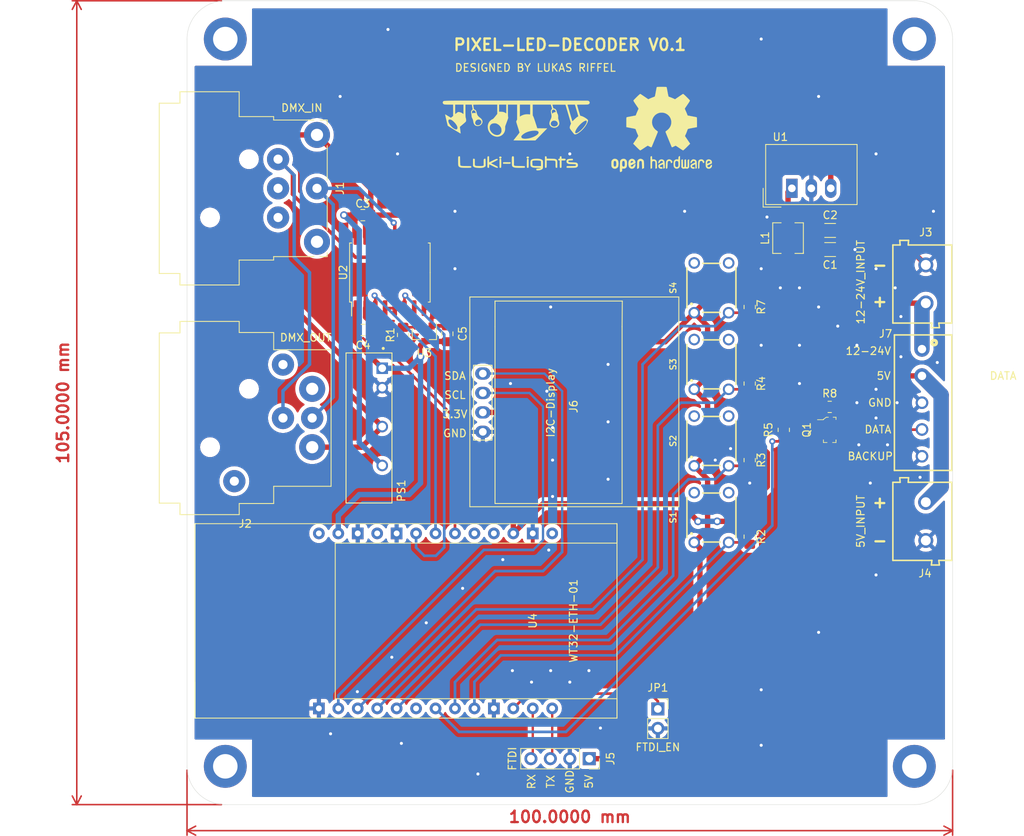
<source format=kicad_pcb>
(kicad_pcb (version 20211014) (generator pcbnew)
  (layers (0 "F.Cu" signal) (31 "B.Cu" signal) (34 "B.Paste" user) (35 "F.Paste" user) (36 "B.SilkS" user "B.Silkscreen") (37 "F.SilkS" user "F.Silkscreen") (38 "B.Mask" user) (39 "F.Mask" user) (44 "Edge.Cuts" user))
  (net 0 "")
  (net 1 "+12V")
  (net 2 "GND")
  (net 3 "Net-(C2-Pad2)")
  (net 4 "GND2")
  (net 5 "+5VD")
  (net 6 "+5V")
  (net 9 "/-DMX")
  (net 10 "/+DMX")
  (net 13 "/TX_FTDI")
  (net 14 "/RX_FTDI")
  (net 15 "+3V3")
  (net 16 "/SDA")
  (net 17 "/SCL")
  (net 18 "/DATA_LED")
  (net 19 "/EN_FTDI")
  (net 20 "/Power_Valid")
  (net 21 "SW_1")
  (net 22 "SW_2")
  (net 23 "SW_3")
  (net 24 "SW_4")
  (net 33 "/RX_485")
  (net 34 "/EN_485")
  (net 35 "/TX_485")
  (footprint "Capacitor_SMD:C_1206_3216Metric_Pad1.33x1.80mm_HandSolder" (layer "F.Cu") (at 184.00625 85 180)
    (fp_text reference "C2")
    (fp_text value "10uF")
  )
  (footprint "Capacitor_SMD:C_0805_2012Metric_Pad1.18x1.45mm_HandSolder" (layer "F.Cu") (at 122.9625 83 180)
    (fp_text reference "C3")
    (fp_text value "100nF")
  )
  (footprint "Capacitor_SMD:C_0805_2012Metric_Pad1.18x1.45mm_HandSolder" (layer "F.Cu") (at 123 98 180)
    (fp_text reference "C4")
    (fp_text value "100nF")
  )
  (footprint "Capacitor_SMD:C_0805_2012Metric_Pad1.18x1.45mm_HandSolder" (layer "F.Cu") (at 134 98.5 90)
    (fp_text reference "C5")
    (fp_text value "100nF")
  )
  (footprint "Connector_PinSocket_2.54mm:PinSocket_1x04_P2.54mm_Vertical" (layer "F.Cu") (at 152.54 154 -90)
    (fp_text reference "J5")
    (fp_text value "FTDI")
  )
  (footprint "Connector_PinSocket_2.54mm:PinSocket_1x02_P2.54mm_Vertical" (layer "F.Cu") (at 161.5 147.5)
    (fp_text reference "JP1")
    (fp_text value "FTDI_EN")
  )
  (footprint "WT32_ETH01:TCK-141" (layer "F.Cu") (at 178.50625 86 -90)
    (fp_text reference "L1")
    (fp_text value "5,6uH TCK141")
  )
  (footprint "Converter_DCDC:CONV_REE-0505S" (layer "F.Cu") (at 125.5 103 -90)
    (fp_text reference "PS1")
    (fp_text value "REE-0505S")
  )
  (footprint "Resistor_SMD:R_0805_2012Metric_Pad1.20x1.40mm_HandSolder" (layer "F.Cu") (at 128.2192 98.6536 90)
    (fp_text reference "R1")
    (fp_text value "100K")
  )
  (footprint "Resistor_SMD:R_0805_2012Metric_Pad1.20x1.40mm_HandSolder" (layer "F.Cu") (at 173.5 125 -90)
    (fp_text reference "R2")
    (fp_text value "10K")
  )
  (footprint "Resistor_SMD:R_0805_2012Metric_Pad1.20x1.40mm_HandSolder" (layer "F.Cu") (at 173.5 115 -90)
    (fp_text reference "R3")
    (fp_text value "10K")
  )
  (footprint "Resistor_SMD:R_0805_2012Metric_Pad1.20x1.40mm_HandSolder" (layer "F.Cu") (at 173.5 105 -90)
    (fp_text reference "R4")
    (fp_text value "10K")
  )
  (footprint "Resistor_SMD:R_0805_2012Metric_Pad1.20x1.40mm_HandSolder" (layer "F.Cu") (at 177.95 111.05 90)
    (fp_text reference "R5")
    (fp_text value "10K")
  )
  (footprint "Resistor_SMD:R_0805_2012Metric_Pad1.20x1.40mm_HandSolder" (layer "F.Cu") (at 183.95 108.05 180)
    (fp_text reference "R8")
    (fp_text value "10K")
  )
  (footprint "Converter_DCDC:Converter_DCDC_TRACO_TSR-1_THT" (layer "F.Cu") (at 179.00625 79.5)
    (fp_text reference "U1")
    (fp_text value "TSR_1-2450")
  )
  (footprint "Package_TO_SOT_SMD:SOT-23" (layer "F.Cu") (at 131 98.5 -90)
    (fp_text reference "U3")
    (fp_text value "LM809")
  )
  (footprint "Connector_Audio:Jack_XLR_Neutrik_NC5MBH-B_Horizontal" (layer "F.Cu") (at 96.5 90.5 -90)
    (fp_text reference "J1")
    (fp_text value "DMX_IN")
  )
  (footprint "WT32_ETH01:WT32_ETH01" (layer "F.Cu") (at 96.5 144 -90)
    (fp_text reference "U4")
    (fp_text value "WT32-ETH-01")
  )
  (footprint "Connector_Audio:Jack_XLR_Neutrik_NC5FBH-B_Horizontal" (layer "F.Cu") (at 96.5 120.5 180)
    (fp_text reference "J2")
    (fp_text value "DMX_OUT")
  )
  (footprint "Capacitor_SMD:C_1206_3216Metric_Pad1.33x1.80mm_HandSolder" (layer "F.Cu") (at 184.00625 87.5 180)
    (fp_text reference "C1")
    (fp_text value "10uF")
  )
  (footprint "SSD1306:128x64OLED" (layer "F.Cu") (at 150 107.5 90)
    (fp_text reference "J6")
    (fp_text value "I2C-Display")
  )
  (footprint "Button_Switch_THT:WE_4301X60957X6" (layer "F.Cu") (at 168.5 112.5 90)
    (fp_text reference "S2")
    (fp_text value "430156095726")
  )
  (footprint "Button_Switch_THT:WE_4301X60957X6" (layer "F.Cu") (at 168.5 92.5 90)
    (fp_text reference "S4")
    (fp_text value "430156095726")
  )
  (footprint "Button_Switch_THT:WE_4301X60957X6" (layer "F.Cu") (at 168.5 122.5 90)
    (fp_text reference "S1")
    (fp_text value "430156095726")
  )
  (footprint "Button_Switch_THT:WE_4301X60957X6" (layer "F.Cu") (at 168.5 102.5 90)
    (fp_text reference "S3")
    (fp_text value "430156095726")
  )
  (footprint "TerminalBlock_Wuerth:691102710002" (layer "F.Cu") (at 196.5 92 90)
    (fp_text reference "J3")
    (fp_text value "12V INPUT")
  )
  (footprint "TerminalBlock_Wuerth:691243110005" (layer "F.Cu") (at 196 107.5 -90)
    (fp_text reference "J7")
    (fp_text value "LED-Stripe")
  )
  (footprint "Package_SO:SOIC-16W_7.5x10.3mm_P1.27mm" (layer "F.Cu") (at 126.5 90.5 90)
    (fp_text reference "U2")
    (fp_text value "ADM2483xRW")
  )
  (footprint "TerminalBlock_Wuerth:691102710002" (layer "F.Cu") (at 196.5 123 90)
    (fp_text reference "J4")
    (fp_text value "5V INPUT")
  )
  (footprint "Resistor_SMD:R_0805_2012Metric_Pad1.20x1.40mm_HandSolder" (layer "F.Cu") (at 173.5 95 -90)
    (fp_text reference "R7")
    (fp_text value "10K")
  )
  (footprint "digikey-footprints:SOT-23-3" (layer "F.Cu") (at 183.95 111.05)
    (fp_text reference "Q1")
    (fp_text value "BSS138")
  )
  (footprint "MountingHole:MountingHole_3.2mm_M3_DIN965_Pad" (layer "F.Cu") (at 105 60)
    (fp_text reference "REF**")
    (fp_text value "MountingHole_3.2mm_M3_DIN965_Pad")
  )
  (footprint "MountingHole:MountingHole_3.2mm_M3_DIN965_Pad" (layer "F.Cu") (at 195 60)
    (fp_text reference "REF**")
    (fp_text value "MountingHole_3.2mm_M3_DIN965_Pad")
  )
  (footprint "MountingHole:MountingHole_3.2mm_M3_DIN965_Pad" (layer "F.Cu") (at 195 155)
    (fp_text reference "REF**")
    (fp_text value "MountingHole_3.2mm_M3_DIN965_Pad")
  )
  (footprint "MountingHole:MountingHole_3.2mm_M3_DIN965_Pad" (layer "F.Cu") (at 105 155)
    (fp_text reference "REF**" hide)
    (fp_text value "MountingHole_3.2mm_M3_DIN965_Pad")
  )
  (footprint "Luki_Lights:Luki-Lights" (layer "F.Cu") (at 143.044458 72.984264)
    (fp_text reference "G***" hide)
    (fp_text value "LOGO" hide)
  )
  (footprint "Symbol:OSHW-Logo2_14.6x12mm_SilkScreen" (layer "F.Cu") (at 162 71.8)
    (fp_text reference "REF**" hide)
    (fp_text value "OSHW-Logo2_14.6x12mm_SilkScreen" hide)
  )
  (gr_arc (start 105 160) (mid 101.464466 158.535534) (end 100 155) (layer "Edge.Cuts") (width 0.05))
  (gr_line (start 200 60) (end 200 155) (layer "Edge.Cuts") (width 0.05))
  (gr_arc (start 100 60) (mid 101.464466 56.464466) (end 105 55) (layer "Edge.Cuts") (width 0.05))
  (gr_line (start 195 160) (end 105 160) (layer "Edge.Cuts") (width 0.05))
  (gr_arc (start 195 55) (mid 198.535534 56.464466) (end 200 60) (layer "Edge.Cuts") (width 0.05))
  (gr_line (start 100 155) (end 100 60) (layer "Edge.Cuts") (width 0.05))
  (gr_line (start 105 55) (end 195 55) (layer "Edge.Cuts") (width 0.05))
  (gr_arc (start 200 155) (mid 198.535534 158.535534) (end 195 160) (layer "Edge.Cuts") (width 0.05))
  (gr_text "GND" (at 135 111.5) (layer "F.SilkS") (effects (font (size 1 1))))
  (gr_text "-" (at 190.5 125.5) (layer "F.SilkS") (effects (font (size 1.5 1.5) (thickness 0.3))))
  (gr_text "-" (at 190.5 89.5) (layer "F.SilkS") (effects (font (size 1.5 1.5) (thickness 0.3))))
  (gr_text "RX" (at 145 157 90) (layer "F.SilkS") (effects (font (size 1 1))))
  (gr_text "12-24V" (at 189 100.75) (layer "F.SilkS") (effects (font (size 1 1))))
  (gr_text "SDA" (at 135 104) (layer "F.SilkS") (effects (font (size 1 1))))
  (gr_text "DMX_OUT" (at 115.5 99) (layer "F.SilkS") (effects (font (size 1 1))))
  (gr_text "DESIGNED BY LUKAS RIFFEL" (at 145.5 63.75) (layer "F.SilkS") (effects (font (size 1 1))))
  (gr_text "5V" (at 152.5 157 90) (layer "F.SilkS") (effects (font (size 1 1))))
  (gr_text "12-24V_INPUT" (at 188 91.75 90) (layer "F.SilkS") (effects (font (size 1 1))))
  (gr_text "5V" (at 191 104) (layer "F.SilkS") (effects (font (size 1 1))))
  (gr_text "3.3V" (at 135 109) (layer "F.SilkS") (effects (font (size 1 1))))
  (gr_text "TX" (at 147.5 157 90) (layer "F.SilkS") (effects (font (size 1 1))))
  (gr_text "PIXEL-LED-DECODER V0.1" (at 150 60.75) (layer "F.SilkS") (effects (font (size 1.5 1.5) (thickness 0.3))))
  (gr_text "+" (at 190.5 94.25) (layer "F.SilkS") (effects (font (size 1.5 1.5) (thickness 0.3))))
  (gr_text "BACKUP" (at 189.25 114.5) (layer "F.SilkS") (effects (font (size 1 1))))
  (gr_text "FTDI" (at 142.5 154 90) (layer "F.SilkS") (effects (font (size 1 1))))
  (gr_text "GND" (at 150 157 90) (layer "F.SilkS") (effects (font (size 1 1))))
  (gr_text "GND" (at 190.5 107.5) (layer "F.SilkS") (effects (font (size 1 1))))
  (gr_text "+" (at 190.5 120.5) (layer "F.SilkS") (effects (font (size 1.5 1.5) (thickness 0.3))))
  (gr_text "DATA" (at 206.6 104) (layer "F.SilkS") (effects (font (size 1 1))))
  (gr_text "DATA" (at 190.25 111) (layer "F.SilkS") (effects (font (size 1 1))))
  (gr_text "SCL" (at 135 106.5) (layer "F.SilkS") (effects (font (size 1 1))))
  (gr_text "DMX_IN" (at 115 69) (layer "F.SilkS") (effects (font (size 1 1))))
  (gr_text "5V_INPUT" (at 188 123 90) (layer "F.SilkS") (effects (font (size 1 1))))
  (gr_text "FTDI_EN" (at 161.5 152.5) (layer "F.SilkS") (effects (font (size 1 1))))
  (dimension (type aligned) (layer "F.Cu") (pts (xy 105 160) (xy 105 55)) (height -19.4) (gr_text "105,0000 mm" (at 83.8 107.5 90) (layer "F.Cu") (effects (font (size 1.5 1.5) (thickness 0.3)))) (format (units 3) (units_format 1) (precision 4)) (style (thickness 0.2) (arrow_length 1.27) (text_position_mode 0) (extension_height 0.58642) (extension_offset 0.5) keep_text_aligned))
  (dimension (type aligned) (layer "F.Cu") (pts (xy 100 155) (xy 200 155)) (height 8.4) (gr_text "100,0000 mm" (at 150 161.6) (layer "F.Cu") (effects (font (size 1.5 1.5) (thickness 0.3)))) (format (units 3) (units_format 1) (precision 4)) (style (thickness 0.2) (arrow_length 1.27) (text_position_mode 0) (extension_height 0.58642) (extension_offset 0.5) keep_text_aligned))
  (segment (start 182.44375 88.9375) (end 184.50625 91) (width 0.7) (layer "F.Cu") (net 1))
  (segment (start 196 100.5) (end 196 95) (width 2) (layer "F.Cu") (net 1))
  (segment (start 180.95625 88.05) (end 178.50625 88.05) (width 0.7) (layer "F.Cu") (net 1))
  (segment (start 185 91) (end 184.50625 91) (width 0.7) (layer "F.Cu") (net 1))
  (segment (start 182.44375 87.5) (end 182.44375 88.9375) (width 0.7) (layer "F.Cu") (net 1))
  (segment (start 181.50625 87.5) (end 180.95625 88.05) (width 0.7) (layer "F.Cu") (net 1))
  (segment (start 188.5 94.5) (end 185 91) (width 0.7) (layer "F.Cu") (net 1))
  (segment (start 196 95) (end 196.5 94.5) (width 2) (layer "F.Cu") (net 1))
  (segment (start 182.44375 87.5) (end 181.50625 87.5) (width 0.7) (layer "F.Cu") (net 1))
  (segment (start 188.5 94.5) (end 196.5 94.5) (width 0.7) (layer "F.Cu") (net 1))
  (segment (start 196 100.5) (end 196 95) (width 2) (layer "B.Cu") (net 1))
  (segment (start 196 95) (end 196.5 94.5) (width 2) (layer "B.Cu") (net 1))
  (segment (start 185.56875 85) (end 192 85) (width 0.7) (layer "F.Cu") (net 2))
  (segment (start 123.325 95.15) (end 123.325 96.325) (width 0.7) (layer "F.Cu") (net 2))
  (segment (start 124.25 97.7875) (end 124.0375 98) (width 0.7) (layer "F.Cu") (net 2))
  (segment (start 124.25 97.25) (end 124.25 97.7875) (width 0.7) (layer "F.Cu") (net 2))
  (segment (start 192 85) (end 196.5 89.5) (width 0.7) (layer "F.Cu") (net 2))
  (segment (start 123.325 96.325) (end 124.25 97.25) (width 0.7) (layer "F.Cu") (net 2))
  (segment (start 185.56875 85) (end 185.56875 87.5) (width 0.7) (layer "F.Cu") (net 2))
  (via (at 182.5 137.5) (size 0.8) (drill 0.4) (layers "F.Cu" "B.Cu") (net 2))
  (via (at 190 105.75) (size 0.8) (drill 0.4) (layers "F.Cu" "B.Cu") (net 2))
  (via (at 135 82.5) (size 0.8) (drill 0.4) (layers "F.Cu" "B.Cu") (net 2))
  (via (at 177.5 92.5) (size 0.8) (drill 0.4) (layers "F.Cu" "B.Cu") (net 2))
  (via (at 147.75 115) (size 0.8) (drill 0.4) (layers "F.Cu" "B.Cu") (net 2))
  (via (at 175 100) (size 0.8) (drill 0.4) (layers "F.Cu" "B.Cu") (net 2))
  (via (at 155 102.5) (size 0.8) (drill 0.4) (layers "F.Cu" "B.Cu") (net 2))
  (via (at 150 144) (size 0.8) (drill 0.4) (layers "F.Cu" "B.Cu") (net 2))
  (via (at 122.25 145.25) (size 0.8) (drill 0.4) (layers "F.Cu" "B.Cu") (net 2))
  (via (at 191.5 113) (size 0.8) (drill 0.4) (layers "F.Cu" "B.Cu") (net 2))
  (via (at 175 90) (size 0.8) (drill 0.4) (layers "F.Cu" "B.Cu") (net 2))
  (via (at 175.75625 83.25) (size 0.8) (drill 0.4) (layers "F.Cu" "B.Cu") (net 2))
  (via (at 187.5 100) (size 0.8) (drill 0.4) (layers "F.Cu" "B.Cu") (net 2))
  (via (at 175 152.25) (size 0.8) (drill 0.4) (layers "F.Cu" "B.Cu") (net 2))
  (via (at 136 131.75) (size 0.8) (drill 0.4) (layers "F.Cu" "B.Cu") (net 2))
  (via (at 190 109.5) (size 0.8) (drill 0.4) (layers "F.Cu" "B.Cu") (net 2))
  (via (at 128 152) (size 0.8) (drill 0.4) (layers "F.Cu" "B.Cu") (net 2))
  (via (at 190 75) (size 0.8) (drill 0.4) (layers "F.Cu" "B.Cu") (net 2))
  (via (at 187.75 113) (size 0.8) (drill 0.4) (layers "F.Cu" "B.Cu") (net 2))
  (via (at 150 75) (size 0.8) (drill 0.4) (layers "F.Cu" "B.Cu") (net 2))
  (via (at 192.75 107.5) (size 0.8) (drill 0.4) (layers "F.Cu" "B.Cu") (net 2))
  (via (at 135 90) (size 0.8) (drill 0.4) (layers "F.Cu" "B.Cu") (net 2))
  (via (at 173.5 118) (size 0.8) (drill 0.4) (layers "F.Cu" "B.Cu") (net 2))
  (via (at 126.75 140.75) (size 0.8) (drill 0.4) (layers "F.Cu" "B.Cu") (net 2))
  (via (at 138 156) (size 0.8) (drill 0.4) (layers "F.Cu" "B.Cu") (net 2))
  (via (at 154 150) (size 0.8) (drill 0.4) (layers "F.Cu" "B.Cu") (net 2))
  (via (at 175 145) (size 0.8) (drill 0.4) (layers "F.Cu" "B.Cu") (net 2))
  (via (at 195.75 117.25) (size 0.8) (drill 0.4) (layers "F.Cu" "B.Cu") (net 2))
  (via (at 175 60) (size 0.8) (drill 0.4) (layers "F.Cu" "B.Cu") (net 2))
  (via (at 142.25 105) (size 0.8) (drill 0.4) (layers "F.Cu" "B.Cu") (net 2))
  (via (at 180 105) (size 0.8) (drill 0.4) (layers "F.Cu" "B.Cu") (net 2))
  (via (at 142.5 142.5) (size 0.8) (drill 0.4) (layers "F.Cu" "B.Cu") (net 2))
  (via (at 197.5 82.5) (size 0.8) (drill 0.4) (layers "F.Cu" "B.Cu") (net 2))
  (via (at 118.75 150.75) (size 0.8) (drill 0.4) (layers "F.Cu" "B.Cu") (net 2))
  (via (at 198 102.25) (size 0.8) (drill 0.4) (layers "F.Cu" "B.Cu") (net 2))
  (via (at 131.25 136.25) (size 0.8) (drill 0.4) (layers "F.Cu" "B.Cu") (net 2))
  (via (at 190 90) (size 0.8) (drill 0.4) (layers "F.Cu" "B.Cu") (net 2))
  (via (at 187.5 107.5) (size 0.8) (drill 0.4) (layers "F.Cu" "B.Cu") (net 2))
  (via (at 147.75 119.75) (size 0.8) (drill 0.4) (layers "F.Cu" "B.Cu") (net 2))
  (via (at 155 110) (size 0.8) (drill 0.4) (layers "F.Cu" "B.Cu") (net 2))
  (via (at 147.25 126.75) (size 0.8) (drill 0.4) (layers "F.Cu" "B.Cu") (net 2))
  (via (at 169 115) (size 0.8) (drill 0.4) (layers "F.Cu" "B.Cu") (net 2))
  (via (at 180 100) (size 0.8) (drill 0.4) (layers "F.Cu" "B.Cu") (net 2))
  (via (at 147.5 95) (size 0.8) (drill 0.4) (layers "F.Cu" "B.Cu") (net 2))
  (via (at 180 92.5) (size 0.8) (drill 0.4) (layers "F.Cu" "B.Cu") (net 2))
  (via (at 165 82.5) (size 0.8) (drill 0.4) (layers "F.Cu" "B.Cu") (net 2))
  (via (at 182.5 67.5) (size 0.8) (drill 0.4) (layers "F.Cu" "B.Cu") (net 2))
  (via (at 190 130) (size 0.8) (drill 0.4) (layers "F.Cu" "B.Cu") (net 2))
  (via (at 145 144) (size 0.8) (drill 0.4) (layers "F.Cu" "B.Cu") (net 2))
  (via (at 127.5 75) (size 0.8) (drill 0.4) (layers "F.Cu" "B.Cu") (net 2))
  (via (at 193.25 96.25) (size 0.8) (drill 0.4) (layers "F.Cu" "B.Cu") (net 2))
  (via (at 147.5 142.5) (size 0.8) (drill 0.4) (layers "F.Cu" "B.Cu") (net 2))
  (via (at 182.5 95) (size 0.8) (drill 0.4) (layers "F.Cu" "B.Cu") (net 2))
  (via (at 155 117.5) (size 0.8) (drill 0.4) (layers "F.Cu" "B.Cu") (net 2))
  (via (at 141.25 128) (size 0.8) (drill 0.4) (layers "F.Cu" "B.Cu") (net 2))
  (via (at 120 67.5) (size 0.8) (drill 0.4) (layers "F.Cu" "B.Cu") (net 2))
  (via (at 185 97.5) (size 0.8) (drill 0.4) (layers "F.Cu" "B.Cu") (net 2))
  (via (at 192.5 92.5) (size 0.8) (drill 0.4) (layers "F.Cu" "B.Cu") (net 2))
  (via (at 152.5 142.5) (size 0.8) (drill 0.4) (layers "F.Cu" "B.Cu") (net 2))
  (via (at 171 113.5) (size 0.8) (drill 0.4) (layers "F.Cu" "B.Cu") (net 2))
  (via (at 147 106) (size 0.8) (drill 0.4) (layers "F.Cu" "B.Cu") (net 2))
  (via (at 147.75 110.75) (size 0.8) (drill 0.4) (layers "F.Cu" "B.Cu") (net 2))
  (via (at 189.25 118) (size 0.8) (drill 0.4) (layers "F.Cu" "B.Cu") (net 2))
  (via (at 187.25 87.5) (size 0.8) (drill 0.4) (layers "F.Cu" "B.Cu") (net 2))
  (via (at 126.25 58.75) (size 0.8) (drill 0.4) (layers "F.Cu" "B.Cu") (net 2))
  (via (at 193.25 101.5) (size 0.8) (drill 0.4) (layers "F.Cu" "B.Cu") (net 2))
  (segment (start 179.55625 85) (end 178.50625 83.95) (width 0.7) (layer "F.Cu") (net 3))
  (segment (start 178.50625 83.95) (end 178.50625 80) (width 0.7) (layer "F.Cu") (net 3))
  (segment (start 178.50625 80) (end 179.00625 79.5) (width 0.7) (layer "F.Cu") (net 3))
  (segment (start 182.44375 85) (end 179.55625 85) (width 0.7) (layer "F.Cu") (net 3))
  (segment (start 122.8082 113.3118) (end 125.5 110.62) (width 0.7) (layer "F.Cu") (net 4))
  (segment (start 123.325 85.85) (end 123.325 83.675) (width 0.7) (layer "F.Cu") (net 4))
  (segment (start 105.4 86.6) (end 105.4 82.4) (width 0.7) (layer "F.Cu") (net 4))
  (segment (start 105.47812 72.52188) (end 116.97494 72.52188) (width 0.7) (layer "F.Cu") (net 4))
  (segment (start 104.5 73.5) (end 105.47812 72.52188) (width 0.7) (layer "F.Cu") (net 4))
  (segment (start 124 79.54694) (end 124 83) (width 0.7) (layer "F.Cu") (net 4))
  (segment (start 123.325 83.675) (end 124 83) (width 0.7) (layer "F.Cu") (net 4))
  (segment (start 116.97494 72.52188) (end 124 79.54694) (width 0.7) (layer "F.Cu") (net 4))
  (segment (start 116.3501 113.3118) (end 122.8082 113.3118) (width 0.7) (layer "F.Cu") (net 4))
  (segment (start 130.945 85.10573) (end 130.945 85.85) (width 0.7) (layer "F.Cu") (net 4))
  (segment (start 105.4 82.4) (end 104.5 81.5) (width 0.7) (layer "F.Cu") (net 4))
  (segment (start 128.83927 83) (end 130.945 85.10573) (width 0.7) (layer "F.Cu") (net 4))
  (segment (start 120.82548 105.94548) (end 120.82548 102.02548) (width 0.7) (layer "F.Cu") (net 4))
  (segment (start 125.5 110.62) (end 120.82548 105.94548) (width 0.7) (layer "F.Cu") (net 4))
  (segment (start 124 83) (end 128.83927 83) (width 0.7) (layer "F.Cu") (net 4))
  (segment (start 120.82548 102.02548) (end 105.4 86.6) (width 0.7) (layer "F.Cu") (net 4))
  (segment (start 104.5 81.5) (end 104.5 73.5) (width 0.7) (layer "F.Cu") (net 4))
  (segment (start 120.5 83) (end 121.925 83) (width 0.7) (layer "F.Cu") (net 5))
  (segment (start 121.925 83) (end 121.925 85.72) (width 0.7) (layer "F.Cu") (net 5))
  (segment (start 121.925 85.72) (end 122.055 85.85) (width 0.7) (layer "F.Cu") (net 5))
  (via (at 120.5 83) (size 1) (drill 0.6) (layers "F.Cu" "B.Cu") (net 5))
  (segment (start 122.5 85) (end 120.5 83) (width 0.7) (layer "B.Cu") (net 5))
  (segment (start 125.5 115.7) (end 122.5 112.7) (width 0.7) (layer "B.Cu") (net 5))
  (segment (start 122.5 112.7) (end 122.5 85) (width 0.7) (layer "B.Cu") (net 5))
  (segment (start 164.5 154) (end 167 151.5) (width 0.7) (layer "F.Cu") (net 6))
  (segment (start 130.5 100) (end 131 99.5) (width 0.7) (layer "F.Cu") (net 6))
  (segment (start 166.25 105.75) (end 168 107.5) (width 0.7) (layer "F.Cu") (net 6))
  (segment (start 173.50625 80) (end 173.50625 91.25625) (width 0.7) (layer "F.Cu") (net 6))
  (segment (start 168 107.5) (end 168 114) (width 0.7) (layer "F.Cu") (net 6))
  (segment (start 187 104) (end 196 104) (width 0.7) (layer "F.Cu") (net 6))
  (segment (start 184.08625 79.5) (end 184.08625 77.08) (width 0.7) (layer "F.Cu") (net 6))
  (segment (start 152.54 154) (end 164.5 154) (width 0.7) (layer "F.Cu") (net 6))
  (segment (start 168 117.5) (end 168 124) (width 0.7) (layer "F.Cu") (net 6))
  (segment (start 167 126.5) (end 166.25 125.75) (width 0.7) (layer "F.Cu") (net 6))
  (segment (start 177.5 94.5) (end 187 104) (width 0.7) (layer "F.Cu") (net 6))
  (segment (start 168 124) (end 166.25 125.75) (width 0.7) (layer "F.Cu") (net 6))
  (segment (start 182.95 108.05) (end 186.95 104.05) (width 0.7) (layer "F.Cu") (net 6))
  (segment (start 167 151.5) (end 167 126.5) (width 0.7) (layer "F.Cu") (net 6))
  (segment (start 198.5 118.5) (end 196.5 120.5) (width 2) (layer "F.Cu") (net 6))
  (segment (start 176.75 94.5) (end 177.5 94.5) (width 0.7) (layer "F.Cu") (net 6))
  (segment (start 133.9625 99.5) (end 134 99.5375) (width 0.7) (layer "F.Cu") (net 6))
  (segment (start 168 114) (end 166.25 115.75) (width 0.7) (layer "F.Cu") (net 6))
  (segment (start 173.50625 91.25625) (end 176.75 94.5) (width 0.7) (layer "F.Cu") (net 6))
  (segment (start 184.08625 77.08) (end 183.50625 76.5) (width 0.7) (layer "F.Cu") (net 6))
  (segment (start 183.50625 76.5) (end 177.00625 76.5) (width 0.7) (layer "F.Cu") (net 6))
  (segment (start 130.5 101.5) (end 130.5 100) (width 0.7) (layer "F.Cu") (net 6))
  (segment (start 166.25 115.75) (end 168 117.5) (width 0.7) (layer "F.Cu") (net 6))
  (segment (start 121.9625 95.2425) (end 122.055 95.15) (width 0.7) (layer "F.Cu") (net 6))
  (segment (start 162.4625 99.5375) (end 166.25 95.75) (width 0.7) (layer "F.Cu") (net 6))
  (segment (start 166.25 105.75) (end 168 104) (width 0.7) (layer "F.Cu") (net 6))
  (segment (start 121.9625 99.4625) (end 125.5 103) (width 0.7) (layer "F.Cu") (net 6))
  (segment (start 173.50625 91.25625) (end 170.74375 91.25625) (width 0.7) (layer "F.Cu") (net 6))
  (segment (start 177.00625 76.5) (end 173.50625 80) (width 0.7) (layer "F.Cu") (net 6))
  (segment (start 121.9625 98) (end 121.9625 95.2425) (width 0.7) (layer "F.Cu") (net 6))
  (segment (start 168 97.5) (end 166.25 95.75) (width 0.7) (layer "F.Cu") (net 6))
  (segment (start 134 99.5375) (end 162.4625 99.5375) (width 0.7) (layer "F.Cu") (net 6))
  (segment (start 131 99.5) (end 133.9625 99.5) (width 0.7) (layer "F.Cu") (net 6))
  (segment (start 168 104) (end 168 97.5) (width 0.7) (layer "F.Cu") (net 6))
  (segment (start 121.9625 98) (end 121.9625 99.4625) (width 0.7) (layer "F.Cu") (net 6))
  (segment (start 198.5 106.5) (end 198.5 118.5) (width 2) (layer "F.Cu") (net 6))
  (segment (start 170.74375 91.25625) (end 166.25 95.75) (width 0.7) (layer "F.Cu") (net 6))
  (segment (start 196 104) (end 198.5 106.5) (width 2) (layer "F.Cu") (net 6))
  (via (at 130.5 101.5) (size 1) (drill 0.6) (layers "F.Cu" "B.Cu") (net 6))
  (segment (start 129 119.5) (end 130.5 118) (width 0.7) (layer "B.Cu") (net 6))
  (segment (start 198.5 106.5) (end 198.5 118.5) (width 2) (layer "B.Cu") (net 6))
  (segment (start 198.5 118.5) (end 196.5 120.5) (width 2) (layer "B.Cu") (net 6))
  (segment (start 130.5 118) (end 130.5 101.5) (width 0.7) (layer "B.Cu") (net 6))
  (segment (start 129 103) (end 130.5 101.5) (width 0.7) (layer "B.Cu") (net 6))
  (segment (start 122.5 119.5) (end 129 119.5) (width 0.7) (layer "B.Cu") (net 6))
  (segment (start 196 104) (end 198.5 106.5) (width 2) (layer "B.Cu") (net 6))
  (segment (start 125.5 103) (end 129 103) (width 0.7) (layer "B.Cu") (net 6))
  (segment (start 119.76132 122.23868) (end 122.5 119.5) (width 0.7) (layer "B.Cu") (net 6))
  (segment (start 119.76132 124.57408) (end 119.76132 122.23868) (width 0.7) (layer "B.Cu") (net 6))
  (segment (start 111.89494 75.69188) (end 113.769451 77.566391) (width 0.45) (layer "F.Cu") (net 9))
  (segment (start 113.769451 77.566391) (end 113.769451 80.269451) (width 0.45) (layer "F.Cu") (net 9))
  (segment (start 113.769451 80.269451) (end 122 88.5) (width 0.45) (layer "F.Cu") (net 9))
  (segment (start 122 88.5) (end 124.5 88.5) (width 0.45) (layer "F.Cu") (net 9))
  (segment (start 125.865 87.135) (end 125.865 85.85) (width 0.45) (layer "F.Cu") (net 9))
  (segment (start 124.5 88.5) (end 125.865 87.135) (width 0.45) (layer "F.Cu") (net 9))
  (segment (start 116 90.5) (end 114 88.5) (width 0.45) (layer "B.Cu") (net 9))
  (segment (start 114 77.79694) (end 111.89494 75.69188) (width 0.45) (layer "B.Cu") (net 9))
  (segment (start 116 102.5) (end 116 90.5) (width 0.45) (layer "B.Cu") (net 9))
  (segment (start 112.5351 105.9649) (end 116 102.5) (width 0.45) (layer "B.Cu") (net 9))
  (segment (start 112.5351 109.5018) (end 112.5351 105.9649) (width 0.45) (layer "B.Cu") (net 9))
  (segment (start 114 88.5) (end 114 77.79694) (width 0.45) (layer "B.Cu") (net 9))
  (segment (start 127.135 84.135) (end 127 84) (width 0.45) (layer "F.Cu") (net 10))
  (segment (start 127.135 85.85) (end 127.135 84.135) (width 0.45) (layer "F.Cu") (net 10))
  (via (at 127 84) (size 0.8) (drill 0.4) (layers "F.Cu" "B.Cu") (net 10))
  (segment (start 122.50188 79.50188) (end 116.97494 79.50188) (width 0.45) (layer "B.Cu") (net 10))
  (segment (start 127 84) (end 122.50188 79.50188) (width 0.45) (layer "B.Cu") (net 10))
  (segment (start 119.099451 81.626391) (end 119.099451 106.752449) (width 0.45) (layer "B.Cu") (net 10))
  (segment (start 119.099451 106.752449) (end 116.3501 109.5018) (width 0.45) (layer "B.Cu") (net 10))
  (segment (start 116.97494 79.50188) (end 119.099451 81.626391) (width 0.45) (layer "B.Cu") (net 10))
  (segment (start 147.70132 153.75868) (end 147.46 154) (width 0.3) (layer "F.Cu") (net 13))
  (segment (start 147.70132 147.43408) (end 147.70132 153.75868) (width 0.3) (layer "F.Cu") (net 13))
  (segment (start 145.16132 147.43408) (end 145.16132 153.75868) (width 0.3) (layer "F.Cu") (net 14))
  (segment (start 145.16132 153.75868) (end 144.92 154) (width 0.3) (layer "F.Cu") (net 14))
  (segment (start 175.8 114.05) (end 174.75 113) (width 0.7) (layer "F.Cu") (net 15))
  (segment (start 166.75 123) (end 164.449511 120.699511) (width 0.7) (layer "F.Cu") (net 15))
  (segment (start 174.75 113) (end 174.75 111.75) (width 0.7) (layer "F.Cu") (net 15))
  (segment (start 142.62132 124.57408) (end 146 121.1954) (width 0.3) (layer "F.Cu") (net 15))
  (segment (start 176.45 110.05) (end 177.95 110.05) (width 0.7) (layer "F.Cu") (net 15))
  (segment (start 182.9 110.1) (end 178 110.1) (width 0.7) (layer "F.Cu") (net 15))
  (segment (start 142.62132 111.12132) (end 142.62132 124.57408) (width 0.7) (layer "F.Cu") (net 15))
  (segment (start 174.75 111.75) (end 176.45 110.05) (width 0.7) (layer "F.Cu") (net 15))
  (segment (start 175.8 114.05) (end 175.8 118.45) (width 0.7) (layer "F.Cu") (net 15))
  (segment (start 146.495889 120.699511) (end 142.62132 124.57408) (width 0.7) (layer "F.Cu") (net 15))
  (segment (start 140.2705 108.7705) (end 142.62132 111.12132) (width 0.7) (layer "F.Cu") (net 15))
  (segment (start 138.638 108.7705) (end 140.2705 108.7705) (width 0.7) (layer "F.Cu") (net 15))
  (segment (start 178 110.1) (end 177.95 110.05) (width 0.7) (layer "F.Cu") (net 15))
  (segment (start 175.8 118.45) (end 171.25 123) (width 0.7) (layer "F.Cu") (net 15))
  (segment (start 171.25 123) (end 169.25 123) (width 0.7) (layer "F.Cu") (net 15))
  (segment (start 164.449511 120.699511) (end 146.495889 120.699511) (width 0.7) (layer "F.Cu") (net 15))
  (via (at 169.25 123) (size 1) (drill 0.6) (layers "F.Cu" "B.Cu") (net 15))
  (via (at 166.75 123) (size 1) (drill 0.6) (layers "F.Cu" "B.Cu") (net 15))
  (segment (start 169.25 123) (end 166.75 123) (width 0.7) (layer "B.Cu") (net 15))
  (segment (start 149 127) (end 149 125.25) (width 0.35) (layer "B.Cu") (net 16))
  (segment (start 146.6905 103.6905) (end 138.638 103.6905) (width 0.3) (layer "B.Cu") (net 16))
  (segment (start 146.5 129.5) (end 149 127) (width 0.35) (layer "B.Cu") (net 16))
  (segment (start 140.2354 129.5) (end 146.5 129.5) (width 0.35) (layer "B.Cu") (net 16))
  (segment (start 122.30132 147.43408) (end 140.2354 129.5) (width 0.35) (layer "B.Cu") (net 16))
  (segment (start 149 125.25) (end 149 106) (width 0.3) (layer "B.Cu") (net 16))
  (segment (start 149 106) (end 146.6905 103.6905) (width 0.3) (layer "B.Cu") (net 16))
  (segment (start 119.76132 145.73868) (end 138.770789 126.729211) (width 0.35) (layer "B.Cu") (net 17))
  (segment (start 145.229211 126.729211) (end 146.5 125.458422) (width 0.3) (layer "B.Cu") (net 17))
  (segment (start 138.770789 126.729211) (end 145.229211 126.729211) (width 0.35) (layer "B.Cu") (net 17))
  (segment (start 144.7305 106.2305) (end 138.638 106.2305) (width 0.3) (layer "B.Cu") (net 17))
  (segment (start 146.5 108) (end 144.7305 106.2305) (width 0.3) (layer "B.Cu") (net 17))
  (segment (start 146.5 125.458422) (end 146.5 108) (width 0.3) (layer "B.Cu") (net 17))
  (segment (start 119.76132 147.43408) (end 119.76132 145.73868) (width 0.35) (layer "B.Cu") (net 17))
  (segment (start 176.45 112.55) (end 177.45 112.55) (width 0.35) (layer "F.Cu") (net 18))
  (segment (start 177.95 112.05) (end 178 112) (width 0.3) (layer "F.Cu") (net 18))
  (segment (start 184.95 108.05) (end 185 108.1) (width 0.3) (layer "F.Cu") (net 18))
  (segment (start 184.05 112) (end 185 111.05) (width 0.3) (layer "F.Cu") (net 18))
  (segment (start 195.2 111) (end 196 111) (width 0.3) (layer "F.Cu") (net 18))
  (segment (start 182.9 112) (end 184.05 112) (width 0.3) (layer "F.Cu") (net 18))
  (segment (start 195.15 111.05) (end 195.2 111) (width 0.3) (layer "F.Cu") (net 18))
  (segment (start 185 111.05) (end 195.15 111.05) (width 0.3) (layer "F.Cu") (net 18))
  (segment (start 178 112) (end 182.9 112) (width 0.3) (layer "F.Cu") (net 18))
  (segment (start 194.6 111) (end 195.2 111) (width 0.3) (layer "F.Cu") (net 18))
  (segment (start 194.55 111.05) (end 194.6 111) (width 0.3) (layer "F.Cu") (net 18))
  (segment (start 177.45 112.55) (end 177.95 112.05) (width 0.35) (layer "F.Cu") (net 18))
  (segment (start 185 108.1) (end 185 111.05) (width 0.3) (layer "F.Cu") (net 18))
  (via (at 176.45 112.55) (size 0.8) (drill 0.4) (layers "F.Cu" "B.Cu") (net 18))
  (segment (start 176.45 123.55) (end 176.45 112.55) (width 0.35) (layer "B.Cu") (net 18))
  (segment (start 149.5 150.5) (end 176.45 123.55) (width 0.35) (layer "B.Cu") (net 18))
  (segment (start 132.46132 147.43408) (end 135.52724 150.5) (width 0.35) (layer "B.Cu") (net 18))
  (segment (start 135.52724 150.5) (end 149.5 150.5) (width 0.35) (layer "B.Cu") (net 18))
  (segment (start 144.5554 145.5) (end 160.5 145.5) (width 0.35) (layer "F.Cu") (net 19))
  (segment (start 161.5 146.5) (end 161.5 147.5) (width 0.35) (layer "F.Cu") (net 19))
  (segment (start 160.5 145.5) (end 161.5 146.5) (width 0.35) (layer "F.Cu") (net 19))
  (segment (start 142.62132 147.43408) (end 144.5554 145.5) (width 0.35) (layer "F.Cu") (net 19))
  (segment (start 129.675 95.15) (end 129.675 97.125) (width 0.3) (layer "F.Cu") (net 20))
  (segment (start 129.8964 97.6536) (end 130.05 97.5) (width 0.35) (layer "F.Cu") (net 20))
  (segment (start 128.2192 97.6536) (end 129.8964 97.6536) (width 0.35) (layer "F.Cu") (net 20))
  (segment (start 129.675 97.125) (end 130.05 97.5) (width 0.3) (layer "F.Cu") (net 20))
  (segment (start 173.25 125.75) (end 173.5 126) (width 0.35) (layer "F.Cu") (net 21))
  (segment (start 170.75 125.75) (end 173.25 125.75) (width 0.35) (layer "F.Cu") (net 21))
  (segment (start 141 140.5) (end 137.54132 143.95868) (width 0.35) (layer "B.Cu") (net 21))
  (segment (start 137.54132 143.95868) (end 137.54132 147.43408) (width 0.35) (layer "B.Cu") (net 21))
  (segment (start 156 140.5) (end 141 140.5) (width 0.35) (layer "B.Cu") (net 21))
  (segment (start 170.75 125.75) (end 156 140.5) (width 0.35) (layer "B.Cu") (net 21))
  (segment (start 170.75 115.75) (end 173.25 115.75) (width 0.35) (layer "F.Cu") (net 22))
  (segment (start 173.25 115.75) (end 173.5 116) (width 0.35) (layer "F.Cu") (net 22))
  (segment (start 155.095957 138.5) (end 163.5 130.095957) (width 0.35) (layer "B.Cu") (net 22))
  (segment (start 135.00132 143.99868) (end 140.5 138.5) (width 0.35) (layer "B.Cu") (net 22))
  (segment (start 169 117.5) (end 170.75 115.75) (width 0.35) (layer "B.Cu") (net 22))
  (segment (start 140.5 138.5) (end 155.095957 138.5) (width 0.35) (layer "B.Cu") (net 22))
  (segment (start 163.5 119.5) (end 165.5 117.5) (width 0.35) (layer "B.Cu") (net 22))
  (segment (start 165.5 117.5) (end 169 117.5) (width 0.35) (layer "B.Cu") (net 22))
  (segment (start 163.5 130.095957) (end 163.5 119.5) (width 0.35) (layer "B.Cu") (net 22))
  (segment (start 135.00132 147.43408) (end 135.00132 143.99868) (width 0.35) (layer "B.Cu") (net 22))
  (segment (start 170.75 105.75) (end 173.25 105.75) (width 0.35) (layer "F.Cu") (net 23))
  (segment (start 173.25 105.75) (end 173.5 106) (width 0.35) (layer "F.Cu") (net 23))
  (segment (start 127.38132 147.43408) (end 138.3154 136.5) (width 0.35) (layer "B.Cu") (net 23))
  (segment (start 161.5 129) (end 161.5 110.5) (width 0.35) (layer "B.Cu") (net 23))
  (segment (start 164.5 107.5) (end 169 107.5) (width 0.35) (layer "B.Cu") (net 23))
  (segment (start 161.5 110.5) (end 164.5 107.5) (width 0.35) (layer "B.Cu") (net 23))
  (segment (start 138.3154 136.5) (end 154 136.5) (width 0.35) (layer "B.Cu") (net 23))
  (segment (start 154 136.5) (end 161.5 129) (width 0.35) (layer "B.Cu") (net 23))
  (segment (start 169 107.5) (end 170.75 105.75) (width 0.35) (layer "B.Cu") (net 23))
  (segment (start 170.75 95.75) (end 173.25 95.75) (width 0.35) (layer "F.Cu") (net 24))
  (segment (start 173.25 95.75) (end 173.5 96) (width 0.35) (layer "F.Cu") (net 24))
  (segment (start 159.5 128) (end 159.5 102.5) (width 0.35) (layer "B.Cu") (net 24))
  (segment (start 153 134.5) (end 159.5 128) (width 0.35) (layer "B.Cu") (net 24))
  (segment (start 137.7754 134.5) (end 153 134.5) (width 0.35) (layer "B.Cu") (net 24))
  (segment (start 164.5 97.5) (end 169 97.5) (width 0.35) (layer "B.Cu") (net 24))
  (segment (start 124.84132 147.43408) (end 137.7754 134.5) (width 0.35) (layer "B.Cu") (net 24))
  (segment (start 169 97.5) (end 170.75 95.75) (width 0.35) (layer "B.Cu") (net 24))
  (segment (start 159.5 102.5) (end 164.5 97.5) (width 0.35) (layer "B.Cu") (net 24))
  (segment (start 124.595 93.595) (end 124.5 93.5) (width 0.35) (layer "F.Cu") (net 33))
  (segment (start 124.595 95.15) (end 124.595 93.595) (width 0.35) (layer "F.Cu") (net 33))
  (via (at 124.5 93.5) (size 0.8) (drill 0.4) (layers "F.Cu" "B.Cu") (net 33))
  (segment (start 132.46132 101.46132) (end 132.46132 124.57408) (width 0.35) (layer "B.Cu") (net 33))
  (segment (start 124.5 93.5) (end 132.46132 101.46132) (width 0.35) (layer "B.Cu") (net 33))
  (segment (start 126 100.5) (end 126 95.285) (width 0.35) (layer "F.Cu") (net 34))
  (segment (start 135.00132 124.57408) (end 135.00132 109.50132) (width 0.35) (layer "F.Cu") (net 34))
  (segment (start 126 95.285) (end 125.865 95.15) (width 0.35) (layer "F.Cu") (net 34))
  (segment (start 135.00132 109.50132) (end 126 100.5) (width 0.35) (layer "F.Cu") (net 34))
  (segment (start 127.135 95.15) (end 125.865 95.15) (width 0.35) (layer "F.Cu") (net 34))
  (segment (start 128.405 95.15) (end 128.405 93.595) (width 0.35) (layer "F.Cu") (net 35))
  (segment (start 128.405 93.595) (end 128.5 93.5) (width 0.35) (layer "F.Cu") (net 35))
  (via (at 128.5 93.5) (size 0.8) (drill 0.4) (layers "F.Cu" "B.Cu") (net 35))
  (segment (start 133.597831 98.597831) (end 133.597831 126.402169) (width 0.35) (layer "B.Cu") (net 35))
  (segment (start 132.5 127.5) (end 131 127.5) (width 0.35) (layer "B.Cu") (net 35))
  (segment (start 131 127.5) (end 129.92132 126.42132) (width 0.35) (layer "B.Cu") (net 35))
  (segment (start 129.92132 126.42132) (end 129.92132 124.57408) (width 0.35) (layer "B.Cu") (net 35))
  (segment (start 128.5 93.5) (end 133.597831 98.597831) (width 0.35) (layer "B.Cu") (net 35))
  (segment (start 133.597831 126.402169) (end 132.5 127.5) (width 0.35) (layer "B.Cu") (net 35))
  (zone (net 2) (net_name "GND") (layers F&B.Cu) (connect_pads (clearance 0.508)) (min_thickness 0.254) (fill yes (thermal_gap 0.508) (thermal_bridge_width 0.508))
    (polygon (pts (xy 191.5 63.5) (xy 199 63.5) (xy 199 151.5) (xy 191.5 151.5) (xy 191.5 159) (xy 108.5 159) (xy 108.5 151.5) (xy 101 151.5) (xy 101 63.5) (xy 108.5 63.5) (xy 108.5 56) (xy 191.5 56)))
  )
  (zone (net 2) (net_name "GND") (layer "B.Cu") (connect_pads (clearance 0.508)) (min_thickness 0.254) (fill yes (thermal_gap 0.508) (thermal_bridge_width 0.508))
    (polygon (pts (xy 191.5 63.5) (xy 199 63.5) (xy 199 151.5) (xy 191.5 151.5) (xy 191.5 159) (xy 108.5 159) (xy 108.5 151.5) (xy 101 151.5) (xy 101 63.5) (xy 108.5 63.5) (xy 108.5 56) (xy 191.5 56)))
  )
)
</source>
